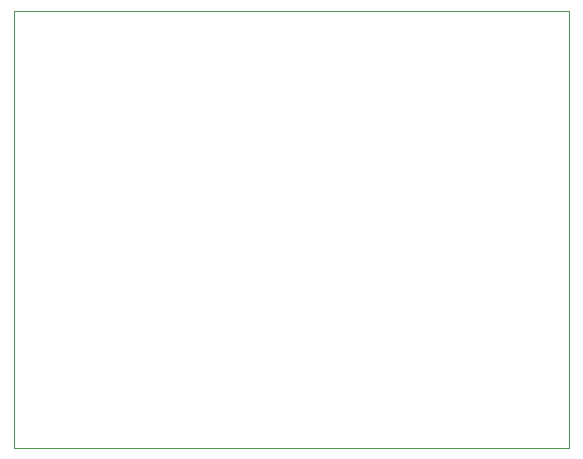
<source format=gbr>
%TF.GenerationSoftware,KiCad,Pcbnew,(5.1.6)-1*%
%TF.CreationDate,2021-06-08T09:34:39+02:00*%
%TF.ProjectId,Joyadapter_SMD,4a6f7961-6461-4707-9465-725f534d442e,rev?*%
%TF.SameCoordinates,Original*%
%TF.FileFunction,Profile,NP*%
%FSLAX46Y46*%
G04 Gerber Fmt 4.6, Leading zero omitted, Abs format (unit mm)*
G04 Created by KiCad (PCBNEW (5.1.6)-1) date 2021-06-08 09:34:39*
%MOMM*%
%LPD*%
G01*
G04 APERTURE LIST*
%TA.AperFunction,Profile*%
%ADD10C,0.050000*%
%TD*%
G04 APERTURE END LIST*
D10*
X172665000Y-125290000D02*
X172665000Y-88290000D01*
X125665000Y-125290000D02*
X172665000Y-125290000D01*
X125665000Y-88315000D02*
X125665000Y-125290000D01*
X172665000Y-88290000D02*
X125665000Y-88315000D01*
M02*

</source>
